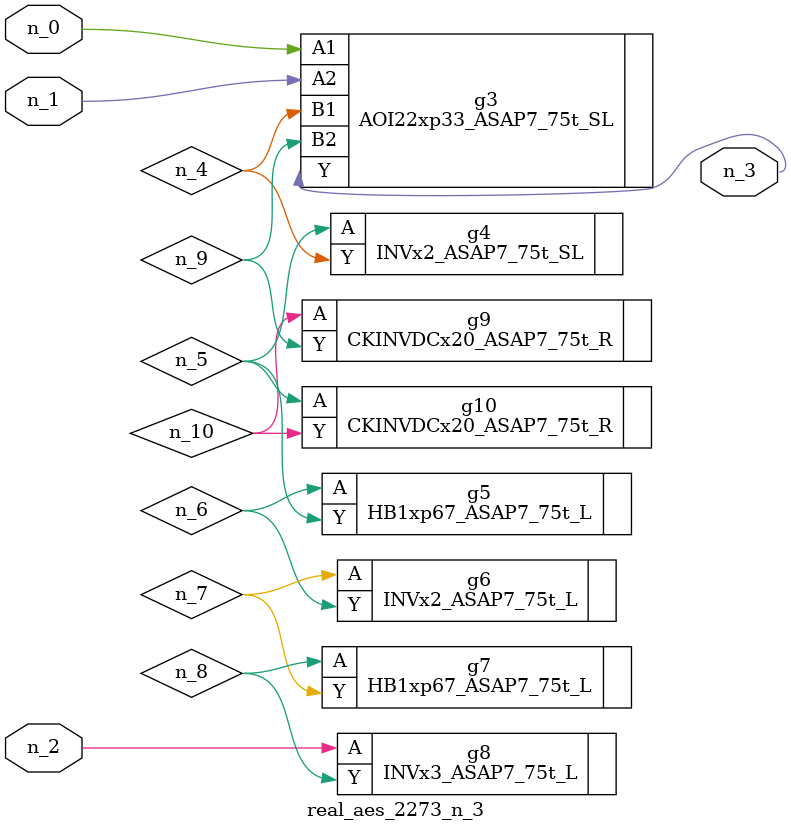
<source format=v>
module real_aes_2273_n_3 (n_0, n_2, n_1, n_3);
input n_0;
input n_2;
input n_1;
output n_3;
wire n_4;
wire n_5;
wire n_7;
wire n_9;
wire n_6;
wire n_8;
wire n_10;
AOI22xp33_ASAP7_75t_SL g3 ( .A1(n_0), .A2(n_1), .B1(n_4), .B2(n_9), .Y(n_3) );
INVx3_ASAP7_75t_L g8 ( .A(n_2), .Y(n_8) );
INVx2_ASAP7_75t_SL g4 ( .A(n_5), .Y(n_4) );
CKINVDCx20_ASAP7_75t_R g10 ( .A(n_5), .Y(n_10) );
HB1xp67_ASAP7_75t_L g5 ( .A(n_6), .Y(n_5) );
INVx2_ASAP7_75t_L g6 ( .A(n_7), .Y(n_6) );
HB1xp67_ASAP7_75t_L g7 ( .A(n_8), .Y(n_7) );
CKINVDCx20_ASAP7_75t_R g9 ( .A(n_10), .Y(n_9) );
endmodule
</source>
